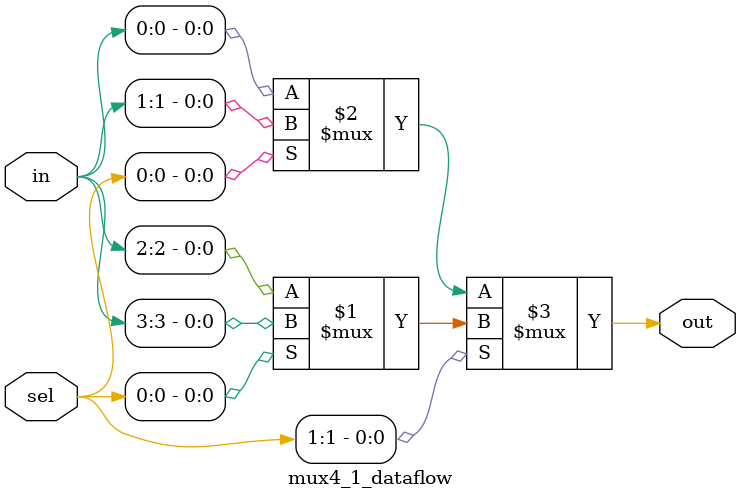
<source format=v>
module mux4_1_dataflow (out,in,sel);

output out;
input [3:0]in;
input [1:0]sel;

assign out = sel[1] ? (	sel[0]? in[3]:in[2] ):( sel[0] ? in[1]:in[0]);
//also we can use assign out = in[sel]; this will be synthesized as a mux.

endmodule 


</source>
